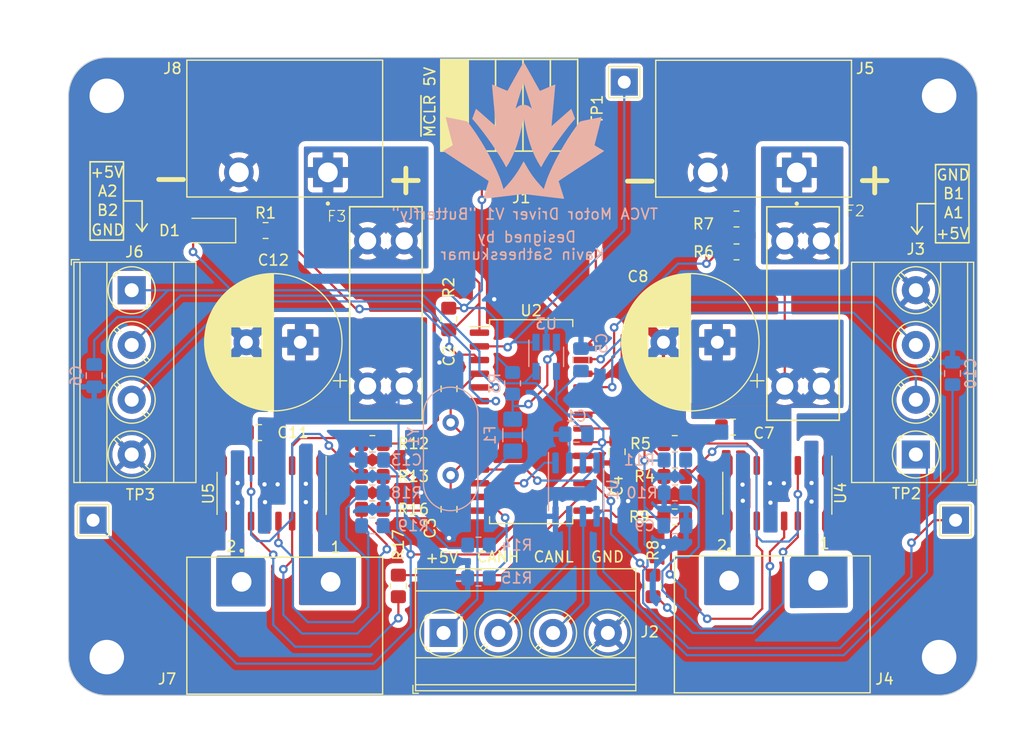
<source format=kicad_pcb>
(kicad_pcb (version 20221018) (generator pcbnew)
  (layers (0 "F.Cu" signal) (31 "B.Cu" signal) (34 "B.Paste" user) (35 "F.Paste" user) (36 "B.SilkS" user "B.Silkscreen") (37 "F.SilkS" user "F.Silkscreen") (38 "B.Mask" user) (39 "F.Mask" user) (44 "Edge.Cuts" user))
  (net 0 "")
  (net 1 "/OSC1")
  (net 2 "GND")
  (net 3 "/OSC2")
  (net 4 "+5V")
  (net 5 "Net-(J2-Pin_1)")
  (net 6 "Net-(U3-IN+)")
  (net 7 "Net-(J5-Pin_1)")
  (net 8 "/ENCDRA_1")
  (net 9 "Net-(J8-Pin_1)")
  (net 10 "/ENCDRB_1")
  (net 11 "/~{MCLR}")
  (net 12 "/ICSPDAT")
  (net 13 "/ICSPCLK")
  (net 14 "/CANH")
  (net 15 "/CANL")
  (net 16 "/ENCDRA_2")
  (net 17 "/ENCDRB_2")
  (net 18 "Net-(U2-RA1)")
  (net 19 "/CLW_1")
  (net 20 "/VBAT_1")
  (net 21 "/Motor_1/POWER")
  (net 22 "/Motor_2/POWER")
  (net 23 "/CUR_AMP")
  (net 24 "Net-(U4-IN_A)")
  (net 25 "/CAN_RX")
  (net 26 "/CAN_TX")
  (net 27 "/CUR_1")
  (net 28 "/CUR_2")
  (net 29 "Net-(D1-K)")
  (net 30 "Net-(U4-IN_B)")
  (net 31 "/CLW_2")
  (net 32 "Net-(U4-SEL_0)")
  (net 33 "Net-(U4-PWM)")
  (net 34 "Net-(U4-CS)")
  (net 35 "/CCW_1")
  (net 36 "/VBAT_2")
  (net 37 "Net-(U5-IN_A)")
  (net 38 "/CCW_2")
  (net 39 "/SEL_1")
  (net 40 "/PWM_1")
  (net 41 "/PWM_2")
  (net 42 "Net-(U5-IN_B)")
  (net 43 "/Motor_1/OUT_1")
  (net 44 "/Motor_1/OUT_2")
  (net 45 "/Motor_2/OUT_1")
  (net 46 "/Motor_2/OUT_2")
  (net 47 "/SEL_2")
  (net 48 "Net-(U5-SEL_0)")
  (net 49 "Net-(U5-PWM)")
  (net 50 "Net-(U5-CS)")
  (footprint "MountingHole:MountingHole_3.2mm_M3_Pad" (layer "F.Cu") (at 108.458 130.556)
    (fp_text reference "H4" hide)
    (fp_text value "Mount")
  )
  (footprint "canhw_footprints:TE_2-1437667-4" (layer "F.Cu") (at 128.9685 85.5875 180)
    (fp_text reference "J8")
    (fp_text value "4DB-P108-02")
  )
  (footprint "Capacitor_THT:CP_Radial_D12.5mm_P5.00mm" (layer "F.Cu") (at 165.1 101.346 180)
    (fp_text reference "C8")
    (fp_text value "270uF")
  )
  (footprint "MountingHole:MountingHole_3.2mm_M3_Pad" (layer "F.Cu") (at 185.674 130.556)
    (fp_text reference "H2" hide)
    (fp_text value "Mount")
  )
  (footprint "Resistor_SMD:R_0805_2012Metric_Pad1.20x1.40mm_HandSolder" (layer "F.Cu") (at 135.509 123.952 -90)
    (fp_text reference "R17")
    (fp_text value "1k")
  )
  (footprint "TerminalBlock_Phoenix:TerminalBlock_Phoenix_MKDS-3-4-5.08_1x04_P5.08mm_Horizontal" (layer "F.Cu") (at 139.7 128.316)
    (fp_text reference "J2")
    (fp_text value "PT 1,5/ 4-5,0-H")
  )
  (footprint "Resistor_SMD:R_0805_2012Metric_Pad1.20x1.40mm_HandSolder" (layer "F.Cu") (at 140.1826 99.187 -90)
    (fp_text reference "R2")
    (fp_text value "10k")
  )
  (footprint "Capacitor_SMD:C_0805_2012Metric_Pad1.18x1.45mm_HandSolder" (layer "F.Cu") (at 155.803 111.506 -90)
    (fp_text reference "C4")
    (fp_text value "0.1uF")
  )
  (footprint "Resistor_SMD:R_0805_2012Metric_Pad1.20x1.40mm_HandSolder" (layer "F.Cu") (at 123.19 90.9828 180)
    (fp_text reference "R1")
    (fp_text value "330R")
  )
  (footprint "canhw_footprints:TE_2-1437667-4" (layer "F.Cu") (at 120.9675 123.571)
    (fp_text reference "J7")
    (fp_text value "4DB-P108-02")
  )
  (footprint "Capacitor_THT:CP_Radial_D12.5mm_P5.00mm" (layer "F.Cu") (at 126.412 101.346 180)
    (fp_text reference "C12")
    (fp_text value "270uF")
  )
  (footprint "TestPoint:TestPoint_THTPad_2.5x2.5mm_Drill1.2mm" (layer "F.Cu") (at 156.464 77.216 180)
    (fp_text reference "TP1")
    (fp_text value "5V current draw")
  )
  (footprint "Resistor_SMD:R_0805_2012Metric_Pad1.20x1.40mm_HandSolder" (layer "F.Cu") (at 161.147 113.792 180)
    (fp_text reference "R4")
    (fp_text value "1k")
  )
  (footprint "Resistor_SMD:R_0805_2012Metric_Pad1.20x1.40mm_HandSolder" (layer "F.Cu") (at 161.147 110.744 180)
    (fp_text reference "R5")
    (fp_text value "1k")
  )
  (footprint "Resistor_SMD:R_0805_2012Metric_Pad1.20x1.40mm_HandSolder" (layer "F.Cu") (at 133.096 116.84 180)
    (fp_text reference "R16")
    (fp_text value "1k")
  )
  (footprint "Resistor_SMD:R_0805_2012Metric_Pad1.20x1.40mm_HandSolder" (layer "F.Cu") (at 161.147 117.5512)
    (fp_text reference "R9")
    (fp_text value "1k")
  )
  (footprint "canhw_footprints:PinSocket_5x2.54_SMD_90deg_952-3198-1-ND" (layer "F.Cu") (at 140.716 86.0135)
    (fp_text reference "J1")
    (fp_text value "Programming Header")
  )
  (footprint "canhw_footprints:Fuseholder_36-3557-15-ND" (layer "F.Cu") (at 173.052 97.798 180)
    (fp_text reference "F2")
    (fp_text value "25A")
  )
  (footprint "Capacitor_SMD:C_0805_2012Metric_Pad1.18x1.45mm_HandSolder" (layer "F.Cu") (at 140.208 105.664 90)
    (fp_text reference "C2")
    (fp_text value "27pF")
  )
  (footprint "Capacitor_SMD:C_0805_2012Metric_Pad1.18x1.45mm_HandSolder" (layer "F.Cu") (at 166.5185 109.22 180)
    (fp_text reference "C7")
    (fp_text value "100nF")
  )
  (footprint "Capacitor_SMD:C_0805_2012Metric_Pad1.18x1.45mm_HandSolder" (layer "F.Cu") (at 140.208 116.84 -90)
    (fp_text reference "C3")
    (fp_text value "27pF")
  )
  (footprint "Resistor_SMD:R_0805_2012Metric_Pad1.20x1.40mm_HandSolder" (layer "F.Cu") (at 133.096 113.792)
    (fp_text reference "R13")
    (fp_text value "1k")
  )
  (footprint "canhw_footprints:Fuseholder_36-3557-15-ND" (layer "F.Cu") (at 134.3533 97.79 180)
    (fp_text reference "F3")
    (fp_text value "25A")
  )
  (footprint "Resistor_SMD:R_0805_2012Metric_Pad1.20x1.40mm_HandSolder" (layer "F.Cu") (at 166.878 92.964 180)
    (fp_text reference "R6")
    (fp_text value "21.5k 1%")
  )
  (footprint "Resistor_SMD:R_0805_2012Metric_Pad1.20x1.40mm_HandSolder" (layer "F.Cu") (at 133.096 110.744)
    (fp_text reference "R12")
    (fp_text value "1k")
  )
  (footprint "Package_SO:SOIC-28W_7.5x18.7mm_P1.27mm" (layer "F.Cu") (at 147.828 108.712)
    (fp_text reference "U2")
    (fp_text value "PIC18F26K83")
  )
  (footprint "Capacitor_SMD:C_0805_2012Metric_Pad1.18x1.45mm_HandSolder" (layer "F.Cu") (at 122.555 109.728 180)
    (fp_text reference "C11")
    (fp_text value "100nF")
  )
  (footprint "canhw_footprints:TE_2-1437667-4" (layer "F.Cu") (at 166.1922 123.4545)
    (fp_text reference "J4")
    (fp_text value "4DB-P108-02")
  )
  (footprint "MountingHole:MountingHole_3.2mm_M3_Pad" (layer "F.Cu") (at 185.674 78.486)
    (fp_text reference "H3" hide)
    (fp_text value "Mount")
  )
  (footprint "TerminalBlock_Phoenix:TerminalBlock_Phoenix_MKDS-3-4-5.08_1x04_P5.08mm_Horizontal" (layer "F.Cu") (at 183.515 111.76 90)
    (fp_text reference "J3")
    (fp_text value "PT 1,5/ 4-5,0-H")
  )
  (footprint "Package_SO:SO-16_3.9x9.9mm_P1.27mm" (layer "F.Cu") (at 123.7488 115.3668 -90)
    (fp_text reference "U5")
    (fp_text value "VNH7070AS")
  )
  (footprint "Resistor_SMD:R_0805_2012Metric_Pad1.20x1.40mm_HandSolder" (layer "F.Cu") (at 166.878 89.916)
    (fp_text reference "R7")
    (fp_text value "10k 1%")
  )
  (footprint "MountingHole:MountingHole_3.2mm_M3_Pad" (layer "F.Cu") (at 108.458 78.486)
    (fp_text reference "H1" hide)
    (fp_text value "Mount")
  )
  (footprint "LED_SMD:LED_1206_3216Metric_Pad1.42x1.75mm_HandSolder" (layer "F.Cu") (at 117.9576 90.9828 180)
    (fp_text reference "D1")
    (fp_text value "RED")
  )
  (footprint "TestPoint:TestPoint_THTPad_2.5x2.5mm_Drill1.2mm" (layer "F.Cu") (at 107.188 117.856)
    (fp_text reference "TP3")
    (fp_text value "TestPoint")
  )
  (footprint "Resistor_SMD:R_0805_2012Metric_Pad1.20x1.40mm_HandSolder" (layer "F.Cu") (at 159.131 123.952 -90)
    (fp_text reference "R8")
    (fp_text value "1k")
  )
  (footprint "TerminalBlock_Phoenix:TerminalBlock_Phoenix_MKDS-3-4-5.08_1x04_P5.08mm_Horizontal" (layer "F.Cu") (at 110.7694 96.52 -90)
    (fp_text reference "J6")
    (fp_text value "PT 1,5/ 4-5,0-H")
  )
  (footprint "Package_SO:SO-16_3.9x9.9mm_P1.27mm" (layer "F.Cu") (at 170.6626 115.351 -90)
    (fp_text reference "U4")
    (fp_text value "VNH7070AS")
  )
  (footprint "TestPoint:TestPoint_THTPad_2.5x2.5mm_Drill1.2mm" (layer "F.Cu") (at 187.198 117.856)
    (fp_text reference "TP2")
    (fp_text value "TestPoint")
  )
  (footprint "canhw_footprints:TE_2-1437667-4" (layer "F.Cu") (at 172.466 85.598 180)
    (fp_text reference "J5")
    (fp_text value "4DB-P108-02")
  )
  (footprint "Resistor_SMD:R_0805_2012Metric_Pad1.20x1.40mm_HandSolder" (layer "B.Cu") (at 142.94142 123.2154 180)
    (fp_text reference "R15")
    (fp_text value "10k 1%")
  )
  (footprint "Package_TO_SOT_SMD:SOT-23-5_HandSoldering" (layer "B.Cu") (at 149.225 102.696 -90)
    (fp_text reference "U3")
    (fp_text value "INA180")
  )
  (footprint "Crystal:Crystal_HC49-4H_Vertical" (layer "B.Cu") (at 140.3604 108.802 -90)
    (fp_text reference "Y1")
    (fp_text value "Crystal 12 MHz")
  )
  (footprint "TeamLogo:Logo_SilkScreen_15mm" (layer "B.Cu") (at 147.1422 81.6864 180)
    (fp_text reference "G***" hide)
    (fp_text value "LOGO" hide)
  )
  (footprint "Resistor_SMD:R_0805_2012Metric_Pad1.20x1.40mm_HandSolder" (layer "B.Cu") (at 133.096 115.316)
    (fp_text reference "R18")
    (fp_text value "866R 1%")
  )
  (footprint "Resistor_SMD:R_0805_2012Metric_Pad1.20x1.40mm_HandSolder" (layer "B.Cu") (at 161.163 115.316 180)
    (fp_text reference "R10")
    (fp_text value "866R 1%")
  )
  (footprint "Resistor_SMD:R_0805_2012Metric_Pad1.20x1.40mm_HandSolder" (layer "B.Cu") (at 133.096 118.364 180)
    (fp_text reference "R19")
    (fp_text value "10k")
  )
  (footprint "Capacitor_SMD:C_0805_2012Metric_Pad1.18x1.45mm_HandSolder" (layer "B.Cu") (at 152.4508 102.9716 90)
    (fp_text reference "C5")
    (fp_text value "0.1uF")
  )
  (footprint "Resistor_SMD:R_0805_2012Metric_Pad1.20x1.40mm_HandSolder" (layer "B.Cu") (at 142.94142 120.1674)
    (fp_text reference "R14")
    (fp_text value "21.5k 1%")
  )
  (footprint "Capacitor_SMD:C_0805_2012Metric_Pad1.18x1.45mm_HandSolder" (layer "B.Cu") (at 186.9186 104.2416 90)
    (fp_text reference "C10")
    (fp_text value "0.1uF")
  )
  (footprint "Capacitor_SMD:C_0805_2012Metric_Pad1.18x1.45mm_HandSolder" (layer "B.Cu") (at 133.096 112.268 180)
    (fp_text reference "C13")
    (fp_text value "10nF")
  )
  (footprint "Package_SO:SOIC-8_3.9x4.9mm_P1.27mm" (layer "B.Cu") (at 151.9936 115.0224 -90)
    (fp_text reference "U1")
    (fp_text value "MCP2562")
  )
  (footprint "Resistor_SMD:R_0805_2012Metric_Pad1.20x1.40mm_HandSolder" (layer "B.Cu") (at 146.1008 105.156 -90)
    (fp_text reference "R3")
    (fp_text value "200mR 1%")
  )
  (footprint "Fuse:Fuse_1206_3216Metric_Pad1.42x1.75mm_HandSolder" (layer "B.Cu") (at 146.111 109.967 90)
    (fp_text reference "F1")
    (fp_text value "350mA")
  )
  (footprint "Capacitor_SMD:C_0805_2012Metric_Pad1.18x1.45mm_HandSolder" (layer "B.Cu") (at 107.2896 104.4448 -90)
    (fp_text reference "C6")
    (fp_text value "0.1uF")
  )
  (footprint "Capacitor_SMD:C_0805_2012Metric_Pad1.18x1.45mm_HandSolder" (layer "B.Cu") (at 161.163 118.364)
    (fp_text reference "C9")
    (fp_text value "10nF")
  )
  (footprint "Resistor_SMD:R_0805_2012Metric_Pad1.20x1.40mm_HandSolder" (layer "B.Cu") (at 161.163 112.268)
    (fp_text reference "R11")
    (fp_text value "10k")
  )
  (footprint "Capacitor_SMD:C_0805_2012Metric_Pad1.18x1.45mm_HandSolder" (layer "B.Cu") (at 152.019 109.8804 180)
    (fp_text reference "C1")
    (fp_text value "10uF")
  )
  (gr_line (start 183.642 91.313) (end 184.1246 90.6272) (stroke (width 0.15)) (layer "F.SilkS"))
  (gr_line (start 183.1086 90.6526) (end 183.642 91.313) (stroke (width 0.15)) (layer "F.SilkS"))
  (gr_line (start 185.3438 88.4936) (end 183.642 88.4936) (stroke (width 0.15)) (layer "F.SilkS"))
  (gr_line (start 111.7346 88.2396) (end 111.7346 91.059) (stroke (width 0.15)) (layer "F.SilkS"))
  (gr_line (start 183.642 88.4936) (end 183.642 91.313) (stroke (width 0.15)) (layer "F.SilkS"))
  (gr_line (start 110.0074 88.2396) (end 111.7346 88.2396) (stroke (width 0.15)) (layer "F.SilkS"))
  (gr_line (start 111.7346 91.059) (end 112.2172 90.3732) (stroke (width 0.15)) (layer "F.SilkS"))
  (gr_line (start 111.2012 90.3986) (end 111.7346 91.059) (stroke (width 0.15)) (layer "F.SilkS"))
  (gr_rect (start 185.3438 84.8614) (end 188.4426 92.1258) (stroke (width 0.15)) (fill none) (layer "F.SilkS"))
  (gr_rect (start 106.9086 84.6074) (end 110.0074 91.8718) (stroke (width 0.15)) (fill none) (layer "F.SilkS"))
  (gr_arc (start 185.674 74.93) (mid 188.188472 75.971528) (end 189.23 78.486) (stroke (width 0.1)) (layer "Edge.Cuts"))
  (gr_line (start 108.458 134.112) (end 185.674 134.112) (stroke (width 0.1)) (layer "Edge.Cuts"))
  (gr_line (start 104.902 78.486) (end 104.902 130.556) (stroke (width 0.1)) (layer "Edge.Cuts"))
  (gr_line (start 185.674 74.93) (end 108.458 74.93) (stroke (width 0.1)) (layer "Edge.Cuts"))
  (gr_arc (start 108.458 134.112) (mid 105.943528 133.070472) (end 104.902 130.556) (stroke (width 0.1)) (layer "Edge.Cuts"))
  (gr_line (start 189.23 78.486) (end 189.23 130.556) (stroke (width 0.1)) (layer "Edge.Cuts"))
  (gr_arc (start 104.902 78.486) (mid 105.943528 75.971528) (end 108.458 74.93) (stroke (width 0.1)) (layer "Edge.Cuts"))
  (gr_arc (start 189.23 130.556) (mid 188.188472 133.070472) (end 185.674 134.112) (stroke (width 0.1)) (layer "Edge.Cuts"))
  (gr_text "Designed by \nKavin Satheeskumar" (at 147.0406 93.7768) (layer "B.SilkS") (effects (font (size 1 1)) (justify bottom mirror)))
  (gr_text "TVCA Motor Driver V1 {dblquote}Butterfly{dblquote}" (at 159.6898 90.043) (layer "B.SilkS") (effects (font (size 1 1)) (justify left bottom mirror)))
  (gr_text "+5V\n" (at 106.8578 86.1568) (layer "F.SilkS") (effects (font (size 1 1)) (justify left bottom)))
  (gr_text "1" (at 129.1336 120.9548) (layer "F.SilkS") (effects (font (size 1 1)) (justify left bottom)))
  (gr_text "A2" (at 107.5436 87.9094) (layer "F.SilkS") (effects (font (size 1 1)) (justify left bottom)))
  (gr_text "+" (at 134.0485 87.8735) (layer "F.SilkS") (effects (font (size 2.999994 2.999994) (thickness 0.45)) (justify left bottom)))
  (gr_text "GND" (at 153.289 121.8438) (layer "F.SilkS") (effects (font (size 1 1)) (justify left bottom)))
  (gr_text "2" (at 119.4308 120.8786) (layer "F.SilkS") (effects (font (size 1 1)) (justify left bottom)))
  (gr_text "GND" (at 106.934 91.5162) (layer "F.SilkS") (effects (font (size 1 1)) (justify left bottom)))
  (gr_text "GND" (at 185.3438 86.4108) (layer "F.SilkS") (effects (font (size 1 1)) (justify left bottom)))
  (gr_text "B2" (at 107.4674 89.6874) (layer "F.SilkS") (effects (font (size 1 1)) (justify left bottom)))
  (gr_text "-" (at 155.7528 87.9348) (layer "F.SilkS") (effects (font (size 2.999994 2.999994) (thickness 0.45)) (justify left bottom)))
  (gr_text "~{MCLR} 5V\n" (at 139.0142 82.423 90) (layer "F.SilkS") (effects (font (size 1 1)) (justify left bottom)))
  (gr_text "A1\n" (at 186.0296 89.916) (layer "F.SilkS") (effects (font (size 1 1)) (justify left bottom)))
  (gr_text "1" (at 174.4726 120.5992) (layer "F.SilkS") (effects (font (size 1 1)) (justify left bottom)))
  (gr_text "+5V\n" (at 185.293 91.8464) (layer "F.SilkS") (effects (font (size 1 1)) (justify left bottom)))
  (gr_text "-" (at 112.268 87.7824) (layer "F.SilkS") (effects (font (size 2.999994 2.999994) (thickness 0.45)) (justify left bottom)))
  (gr_text "+" (at 177.546 87.884) (layer "F.SilkS") (effects (font (size 2.999994 2.999994) (thickness 0.45)) (justify left bottom)))
  (gr_text "CANL" (at 147.955 121.8438) (layer "F.SilkS") (effects (font (size 1 1)) (justify left bottom)))
  (gr_text "B1\n" (at 185.9534 88.138) (layer "F.SilkS") (effects (font (size 1 1)) (justify left bottom)))
  (gr_text "+5V" (at 137.922 121.92) (layer "F.SilkS") (effects (font (size 1 1)) (justify left bottom)))
  (gr_text "CANH" (at 142.6718 121.8438) (layer "F.SilkS") (effects (font (size 1 1)) (justify left bottom)))
  (gr_text "2" (at 164.9476 120.8024) (layer "F.SilkS") (effects (font (size 1 1)) (justify left bottom)))
  (segment (start 140.3604 108.802) (end 142.1754 110.617) (width 0.2032) (layer "F.Cu") (net 1))
  (segment (start 140.208 106.7015) (end 140.3604 106.8539) (width 0.2032) (layer "F.Cu") (net 1))
  (segment (start 140.3604 106.8539) (end 140.3604 108.802) (width 0.2032) (layer "F.Cu") (net 1))
  (segment (start 142.1754 110.617) (end 143.028 110.617) (width 0.2032) (layer "F.Cu") (net 1))
  (segment (start 162.1028 109.22) (end 160.1 107.2172) (width 0.3048) (layer "F.Cu") (net 2))
  (segment (start 143.028 109.347) (end 145.4404 109.347) (width 0.3048) (layer "F.Cu") (net 2))
  (segment (start 160.1 107.2172) (end 160.1 101.346) (width 0.3048) (layer "F.Cu") (net 2))
  (segment (start 165.481 109.22) (end 162.1028 109.22) (width 0.3048) (layer "F.Cu") (net 2))
  (via (at 156.8196 116.078) (size 0.8) (drill 0.4) (layers "F.Cu" "B.Cu") (net 2))
  (via (at 139.319 103.2256) (size 0.8) (drill 0.4) (layers "F.Cu" "B.Cu") (net 2))
  (via (at 136.3472 112.014) (size 0.8) (drill 0.4) (layers "F.Cu" "B.Cu") (net 2))
  (via (at 137.6172 115.2906) (size 0.8) (drill 0.4) (layers "F.Cu" "B.Cu") (net 2))
  (via (at 160.0962 120.3452) (size 0.8) (drill 0.4) (layers "F.Cu" "B.Cu") (net 2))
  (via (at 144.399 97.3582) (size 0.8) (drill 0.4) (layers "F.Cu" "B.Cu") (net 2))
  (via (at 140.208 119.507) (size 0.8) (drill 0.4) (layers "F.Cu" "B.Cu") (net 2))
  (segment (start 161.163 113.7666) (end 161.163 110.6424) (width 0.2032) (layer "B.Cu") (net 2))
  (segment (start 151.384 112.522) (end 151.384 110.3195) (width 0.2032) (layer "B.Cu") (net 2))
  (segment (start 151.384 110.3195) (end 150.9815 109.917) (width 0.2032) (layer "B.Cu") (net 2))
  (segment (start 149.225 101.346) (end 149.225 99.7966) (width 0.3048) (layer "B.Cu") (net 2))
  (segment (start 142.1554 111.887) (end 143.028 111.887) (width 0.2032) (layer "F.Cu") (net 3))
  (segment (start 140.208 115.8025) (end 140.3604 115.6501) (width 0.2032) (layer "F.Cu") (net 3))
  (segment (start 140.3604 113.682) (end 142.1554 111.887) (width 0.2032) (layer "F.Cu") (net 3))
  (segment (start 140.3604 115.6501) (end 140.3604 113.682) (width 0.2032) (layer "F.Cu") (net 3))
  (segment (start 154.432 110.617) (end 155.6545 110.617) (width 0.2032) (layer "F.Cu") (net 4))
  (segment (start 143.256 86.0135) (end 143.256 88.138) (width 0.2032) (layer "F.Cu") (net 4))
  (segment (start 152.628 110.617) (end 154.3812 110.617) (width 0.2032) (layer "F.Cu") (net 4))
  (segment (start 155.6545 110.617) (end 155.803 110.4685) (width 0.2032) (layer "F.Cu") (net 4))
  (segment (start 140.208 98.187) (end 141.589 98.187) (width 0.2032) (layer "F.Cu") (net 4))
  (segment (start 154.4066 110.6424) (end 154.432 110.617) (width 0.2032) (layer "F.Cu") (net 4))
  (segment (start 116.4701 92.9529) (end 116.459 92.964) (width 0.2032) (layer "F.Cu") (net 4))
  (segment (start 116.4701 90.9828) (end 116.4701 92.9529) (width 0.2032) (layer "F.Cu") (net 4))
  (segment (start 154.3812 110.617) (end 154.4066 110.6424) (width 0.2032) (layer "F.Cu") (net 4))
  (segment (start 141.589 98.187) (end 141.605 98.171) (width 0.2032) (layer "F.Cu") (net 4))
  (via (at 116.459 92.964) (size 0.8) (drill 0.4) (layers "F.Cu" "B.Cu") (net 4))
  (via (at 141.605 98.171) (size 0.8) (drill 0.4) (layers "F.Cu" "B.Cu") (net 4))
  (via (at 154.4066 110.6424) (size 0.8) (drill 0.4) (layers "F.Cu" "B.Cu") (net 4))
  (via (at 143.256 88.138) (size 0.8) (drill 0.4) (layers "F.Cu" "B.Cu") (net 4))
  (segment (start 162.2806 130.3782) (end 176.8348 130.3782) (width 0.2032) (layer "B.Cu") (net 4))
  (segment (start 154.5256 116.8704) (end 154.5256 122.6232) (width 0.2032) (layer "B.Cu") (net 4))
  (segment (start 143.256 92.8624) (end 143.256 96.52) (width 0.2032) (layer "B.Cu") (net 4))
  (segment (start 139.954 96.52) (end 119.8372 96.52) (width 0.2032) (layer "B.Cu") (net 4))
  (segment (start 150.175 106.2849) (end 152.4508 104.0091) (width 0.2032) (layer "B.Cu") (net 4))
  (segment (start 143.256 92.7188) (end 143.256 92.8624) (width 0.2032) (layer "B.Cu") (net 4))
  (segment (start 176.8348 130.3782) (end 184.5416 122.6714) (width 0.2032) (layer "B.Cu") (net 4))
  (segment (start 186.9186 113.3708) (end 186.9186 105.2791) (width 0.2032) (layer "B.Cu") (net 4))
  (segment (start 145.288 105.156) (end 146.9136 105.156) (width 0.2032) (layer "B.Cu") (net 4))
  (segment (start 144.6784 102.7336) (end 144.6784 104.5464) (width 0.2032) (layer "B.Cu") (net 4))
  (segment (start 147.165 105.156) (end 148.275 104.046) (width 0.2032) (layer "B.Cu") (net 4))
  (segment (start 144.6784 101.830213) (end 144.6784 102.7336) (width 0.2032) (layer "B.Cu") (net 4))
  (segment (start 146.9136 105.156) (end 148.2955 105.156) (width 0.2032) (layer "B.Cu") (net 4))
  (segment (start 111.6584 99.0092) (end 109.4486 99.0092) (width 0.2032) (layer "B.Cu") (net 4))
  (segment (start 151.99875 108.85925) (end 152.31625 109.17675) (width 0.2032) (layer "B.Cu") (net 4))
  (segment (start 143.4846 98.171) (end 141.605 98.171) (width 0.2032) (layer "B.Cu") (net 4))
  (segment (start 154.5256 109.5676) (end 154.5256 110.5234) (width 0.2032) (layer "B.Cu") (net 4))
  (segment (start 154.261059 111.2454) (end 154.5256 111.509941) (width 0.2032) (layer "B.Cu") (net 4))
  (segment (start 107.2896 101.1682) (end 107.2896 103.4073) (width 0.2032) (layer "B.Cu") (net 4))
  (segment (start 148.2955 105.156) (end 150.175 107.0355) (width 0.2032) (layer "B.Cu") (net 4))
  (segment (start 152.99175 108.03375) (end 154.5256 109.5676) (width 0.2032) (layer "B.Cu") (net 4))
  (segment (start 184.5416 115.7478) (end 184.5416 112.7866) (width 0.2032) (layer "B.Cu") (net 4))
  (segment (start 154.5256 122.6232) (end 162.2806 130.3782) (width 0.2032) (layer "B.Cu") (net 4))
  (segment (start 150.175 107.0355) (end 150.175 106.2849) (width 0.2032) (layer "B.Cu") (net 4))
  (segment (start 119.8372 96.52) (end 114.1476 96.52) (width 0.2032) (layer "B.Cu") (net 4))
  (segment (start 143.256 96.52) (end 141.605 98.171) (width 0.2032) (layer "B.Cu") (net 4))
  (segment (start 150.175 107.0355) (end 151.17325 108.03375) (width 0.2032) (layer "B.Cu") (net 4))
  (segment (start 109.4486 99.0092) (end 107.2896 101.1682) (width 0.2032) (layer "B.Cu") (net 4))
  (segment (start 146.9136 105.156) (end 147.165 105.156) (width 0.2032) (layer "B.Cu") (net 4))
  (segment (start 151.17325 108.03375) (end 151.99875 108.85925) (width 0.2032) (layer "B.Cu") (net 4))
  (segment (start 144.6784 99.3648) (end 143.4846 98.171) (width 0.2032) (layer "B.Cu") (net 4))
  (segment (start 154.5256 111.509941) (end 154.5256 116.8704) (width 0.2032) (layer "B.Cu") (net 4))
  (segment (start 152.654 112.522) (end 152.654 112.178341) (width 0.2032) (layer "B.Cu") (net 4))
  (segment (start 154.5256 116.8704) (end 153.924 117.472) (width 0.2032) (layer "B.Cu") (net 4))
  (segment (start 184.5416 115.7478) (end 186.9186 113.3708) (width 0.2032) (layer "B.Cu") (net 4))
  (segment (start 144.6784 102.7336) (end 146.1008 104.156) (width 0.2032) (layer "B.Cu") (net 4))
  (segment (start 114.1476 96.52) (end 111.6584 99.0092) (width 0.2032) (layer "B.Cu") (net 4))
  (segment (start 143.256 88.138) (end 143.256 92.7188) (width 0.2032) (layer "B.Cu") (net 4))
  (segment (start 114.1476 96.52) (end 110.744 96.52) (width 0.2032) (layer "B.Cu") (net 4))
  (segment (start 154.4066 111.099859) (end 154.261059 111.2454) (width 0.2032) (layer "B.Cu") (net 4))
  (segment (start 153.586941 111.2454) (end 154.261059 111.2454) (width 0.2032) (layer "B.Cu") (net 4))
  (segment (start 184.5416 122.6714) (end 184.5416 115.7478) (width 0.2032) (layer "B.Cu") (net 4))
  (segment (start 152.654 112.178341) (end 153.586941 111.2454) (width 0.2032) (layer "B.Cu") (net 4))
  (segment (start 184.5416 112.7866) (end 183.515 111.76) (width 0.2032) (layer "B.Cu") (net 4))
  (segment (start 150.175 104.046) (end 150.175 107.0355) (width 0.2032) (layer "B.Cu") (net 4))
  (segment (start 119.8372 96.3422) (end 119.8372 96.52) (width 0.2032) (layer "B.Cu") (net 4))
  (segment (start 141.605 98.171) (end 139.954 96.52) (width 0.2032) (layer "B.Cu") (net 4))
  (segment (start 154.5256 110.5234) (end 154.4066 110.6424) (width 0.2032) (layer "B.Cu") (net 4))
  (segment (start 151.17325 108.03375) (end 152.99175 108.03375) (width 0.2032) (layer "B.Cu") (net 4))
  (segment (start 154.4066 110.6424) (end 154.4066 111.099859) (width 0.2032) (layer "B.Cu") (net 4))
  (segment (start 144.6784 101.830213) (end 144.6784 99.3648) (width 0.2032) (layer "B.Cu") (net 4))
  (segment (start 144.6784 104.5464) (end 145.288 105.156) (width 0.2032) (layer "B.Cu") (net 4))
  (segment (start 116.459 92.964) (end 119.8372 96.3422) (width 0.2032) (layer "B.Cu") (net 4))
  (segment (start 152.31625 109.17675) (end 153.0565 109.917) (width 0.2032) (layer "B.Cu") (net 4))
  (segment (start 142.84302 125.17298) (end 139.7 128.316) (width 0.2032) (layer "B.Cu") (net 5))
  (segment (start 142.84302 114.72248) (end 142.84302 125.17298) (width 0.2032) (layer "B.Cu") (net 5))
  (segment (start 146.111 111.4545) (end 142.84302 114.72248) (width 0.2032) (layer "B.Cu") (net 5))
  (segment (start 147.574 107.0864) (end 149.3266 105.3338) (width 0.2032) (layer "F.Cu") (net 6))
  (segment (start 149.3266 105.3338) (end 149.3266 102.9462) (width 0.2032) (layer "F.Cu") (net 6))
  (via (at 147.574 107.0864) (size 0.8) (drill 0.4) (layers "F.Cu" "B.Cu") (net 6))
  (via (at 149.3266 102.9462) (size 0.8) (drill 0.4) (layers "F.Cu" "B.Cu") (net 6))
  (segment (start 147.3962 107.2642) (end 146.111 107.2642) (width 0.2032) (layer "B.Cu") (net 6))
  (segment (start 147.574 107.0864) (end 147.3962 107.2642) (width 0.2032) (layer "B.Cu") (net 6))
  (segment (start 149.3266 102.9462) (end 150.175 102.0978) (width 0.2032) (layer "B.Cu") (net 6))
  (segment (start 150.175 102.0978) (end 150.175 101.346) (width 0.2032) (layer "B.Cu") (net 6))
  (segment (start 146.111 107.2642) (end 146.111 108.4795) (width 0.2032) (layer "B.Cu") (net 6))
  (segment (start 146.111 107.2642) (end 146.111 106.157) (width 0.2032) (layer "B.Cu") (net 6))
  (segment (start 152.6534 105.5116) (end 152.628 105.537) (width 0.2032) (layer "F.Cu") (net 8))
  (segment (start 155.3464 105.5116) (end 152.6534 105.5116) (width 0.2032) (layer "F.Cu") (net 8))
  (via (at 155.3464 105.5116) (size 0.8) (drill 0.4) (layers "F.Cu" "B.Cu") (net 8))
  (segment (start 177.7492 98.6028) (end 159.4612 98.6028) (width 0.2032) (layer "B.Cu") (net 8))
  (segment (start 155.3464 102.7176) (end 155.3464 105.5116) (width 0.2032) (layer "B.Cu") (net 8))
  (segment (start 159.4612 98.6028) (end 155.3464 102.7176) (width 0.2032) (layer "B.Cu") (net 8))
  (segment (start 183.515 104.3686) (end 177.7492 98.6028) (width 0.2032) (layer "B.Cu") (net 8))
  (segment (start 183.515 106.68) (end 183.515 104.3686) (width 0.2032) (layer "B.Cu") (net 8))
  (segment (start 152.704653 102.920347) (end 152.628 102.997) (width 0.2032) (layer "F.Cu") (net 10))
  (segment (start 154.279147 102.920347) (end 152.704653 102.920347) (width 0.2032) (layer "F.Cu") (net 10))
  (via (at 154.279147 102.920347) (size 0.8) (drill 0.4) (layers "F.Cu" "B.Cu") (net 10))
  (segment (start 159.561894 97.6376) (end 154.279147 102.920347) (width 0.2032) (layer "B.Cu") (net 10))
  (segment (start 183.515 101.6) (end 179.5526 97.6376) (width 0.2032) (layer "B.Cu") (net 10))
  (segment (start 179.5526 97.6376) (end 159.561894 97.6376) (width 0.2032) (layer "B.Cu") (net 10))
  (segment (start 140.716 86.0135) (end 140.716 88.084) (width 0.2032) (layer "F.Cu") (net 11))
  (segment (start 140.7 88.1) (end 140.7 93.52808) (width 0.2032) (layer "F.Cu") (net 11))
  (segment (start 140.7 93.52808) (end 143.028 95.85608) (width 0.2032) (layer "F.Cu") (net 11))
  (segment (start 143.028 100.457) (end 143.028 97.7392) (width 0.2032) (layer "F.Cu") (net 11))
  (segment (start 140.716 88.084) (end 140.7 88.1) (width 0.2032) (layer "F.Cu") (net 11))
  (segment (start 140.581213 100.187) (end 143.028 97.740213) (width 0.2032) (layer "F.Cu") (net 11))
  (segment (start 143.028 97.7392) (end 143.028 95.85608) (width 0.2032) (layer "F.Cu") (net 11))
  (segment (start 140.1826 100.187) (end 140.581213 100.187) (width 0.2032) (layer "F.Cu") (net 11))
  (segment (start 143.028 97.740213) (end 143.028 97.7392) (width 0.2032) (layer "F.Cu") (net 11))
  (segment (start 148.336 96.165) (end 152.628 100.457) (width 0.2032) (layer "F.Cu") (net 12))
  (segment (start 148.336 86.0135) (end 148.336 96.165) (width 0.2032) (layer "F.Cu") (net 12))
  (segment (start 152.896659 101.727) (end 152.628 101.727) (width 0.2032) (layer "F.Cu") (net 13))
  (segment (start 153.8296 100.794059) (end 152.896659 101.727) (width 0.2032) (layer "F.Cu") (net 13))
  (segment (start 150.876 86.0135) (end 153.8296 88.9671) (width 0.2032) (layer "F.Cu") (net 13))
  (segment (start 153.8296 88.9671) (end 153.8296 100.794059) (width 0.2032) (layer "F.Cu") (net 13))
  (segment (start 151.384 117.472) (end 151.384 121.712) (width 0.2032) (layer "B.Cu") (net 14))
  (segment (start 151.384 121.712) (end 144.78 128.316) (width 0.2032) (layer "B.Cu") (net 14))
  (segment (start 152.654 125.522) (end 149.86 128.316) (width 0.2032) (layer "B.Cu") (net 15))
  (segment (start 152.654 117.472) (end 152.654 125.522) (width 0.2032) (layer "B.Cu") (net 15))
  (segment (start 143.028 105.537) (end 144.5514 105.537) (width 0.2032) (layer "F.Cu") (net 16))
  (via (at 144.5514 105.537) (size 0.8) (drill 0.4) (layers "F.Cu" "B.Cu") (net 16))
  (segment (start 115.316 97.028) (end 137.8712 97.028) (width 0.2032) (layer "B.Cu") (net 16))
  (segment (start 137.8712 97.028) (end 143.028 102.1848) (width 0.2032) (layer "B.Cu") (net 16))
  (segment (start 143.028 104.0136) (end 144.5514 105.537) (width 0.2032) (layer "B.Cu") (net 16))
  (segment (start 143.028 102.1848) (end 143.028 104.0136) (width 0.2032) (layer "B.Cu") (net 16))
  (segment (start 110.744 101.6) (end 115.316 97.028) (width 0.2032) (layer "B.Cu") (net 16))
  (segment (start 144.6276 106.807) (end 143.028 106.807) (width 0.2032) (layer "F.Cu") (net 17))
  (via (at 144.5514 106.807) (size 0.8) (drill 0.4) (layers "F.Cu" "B.Cu") (net 17))
  (segment (start 143.305787 106.807) (end 142.1384 105.639613) (width 0.2032) (layer "B.Cu") (net 17))
  (segment (start 119.8626 97.5614) (end 110.744 106.68) (width 0.2032) (layer "B.Cu") (net 17))
  (segment (start 144.6276 106.807) (end 143.305787 106.807) (width 0.2032) (layer "B.Cu") (net 17))
  (segment (start 142.1384 105.639613) (end 142.1384 102.2096) (width 0.2032) (layer "B.Cu") (net 17))
  (segment (start 137.4902 97.5614) (end 119.8626 97.5614) (width 0.2032) (layer "B.Cu") (net 17))
  (segment (start 142.1384 102.2096) (end 137.4902 97.5614) (width 0.2032) (layer "B.Cu") (net 17))
  (segment (start 140.2334 101.7778) (end 140.9556 102.5) (width 0.2032) (layer "F.Cu") (net 18))
  (segment (start 140.9556 102.5) (end 142.531 102.5) (width 0.2032) (layer "F.Cu") (net 18))
  (segment (start 124.3076 90.9828) (end 124.19 90.9828) (width 0.2032) (layer "F.Cu") (net 18))
  (segment (start 131.5873 98.2625) (end 124.3076 90.9828) (width 0.2032) (layer "F.Cu") (net 18))
  (segment (start 131.9022 98.2625) (end 131.5873 98.2625) (width 0.2032) (layer "F.Cu") (net 18))
  (segment (start 142.531 102.5) (end 143.028 102.997) (width 0.2032) (layer "F.Cu") (net 18))
  (via (at 140.2334 101.7778) (size 0.8) (drill 0.4) (layers "F.Cu" "B.Cu") (net 18))
  (via (at 131.9022 98.2625) (size 0.8) (drill 0.4) (layers "F.Cu" "B.Cu") (net 18))
  (segment (start 140.2334 100.87481) (end 137.63119 98.2726) (width 0.2032) (layer "B.Cu") (net 18))
  (segment (start 131.9123 98.2726) (end 131.9022 98.2625) (width 0.2032) (layer "B.Cu") (net 18))
  (segment (start 140.2334 101.7778) (end 140.2334 100.87481) (width 0.2032) (layer "B.Cu") (net 18))
  (segment (start 137.63119 98.2726) (end 131.9123 98.2726) (width 0.2032) (layer "B.Cu") (net 18))
  (segment (start 152.628 108.077) (end 152.8216 107.8834) (width 0.2032) (layer "F.Cu") (net 19))
  (segment (start 160.147 112.32408) (end 160.147 113.792) (width 0.2032) (layer "F.Cu") (net 19))
  (segment (start 155.9148 107.8834) (end 158.9278 110.8964) (width 0.2032) (layer "F.Cu") (net 19))
  (segment (start 152.8216 107.8834) (end 155.9148 107.8834) (width 0.2032) (layer "F.Cu") (net 19))
  (segment (start 158.9278 110.8964) (end 158.9278 111.10488) (width 0.2032) (layer "F.Cu") (net 19))
  (segment (start 158.9278 111.10488) (end 160.147 112.32408) (width 0.2032) (layer "F.Cu") (net 19))
  (segment (start 164.084 94.0562) (end 164.084 94.107) (width 0.2032) (layer "F.Cu") (net 20))
  (segment (start 165.227 92.964) (end 165.878 92.964) (width 0.2032) (layer "F.Cu") (net 20))
  (segment (start 153.924707 104.267) (end 152.628 104.267) (width 0.2032) (layer "F.Cu") (net 20))
  (segment (start 155.5242 102.667507) (end 153.924707 104.267) (width 0.2032) (layer "F.Cu") (net 20))
  (segment (start 155.5242 99.9744) (end 155.5242 102.667507) (width 0.2032) (layer "F.Cu") (net 20))
  (segment (start 164.084 94.107) (end 165.227 92.964) (width 0.2032) (layer "F.Cu") (net 20))
  (segment (start 165.878 89.916) (end 164.084 91.71) (width 0.2032) (layer "F.Cu") (net 20))
  (segment (start 164.084 91.71) (end 164.084 93.98) (width 0.2032) (layer "F.Cu") (net 20))
  (segment (start 164.084 93.98) (end 164.084 94.0562) (width 0.2032) (layer "F.Cu") (net 20))
  (via (at 155.5242 99.9744) (size 0.8) (drill 0.4) (layers "F.Cu" "B.Cu") (net 20))
  (via (at 164.084 94.0562) (size 0.8) (drill 0.4) (layers "F.Cu" "B.Cu") (net 20))
  (segment (start 161.4424 94.0562) (end 155.5242 99.9744) (width 0.2032) (layer "B.Cu") (net 20))
  (segment (start 164.084 94.0562) (end 161.4424 94.0562) (width 0.2032) (layer "B.Cu") (net 20))
  (segment (start 167.878 93.5576) (end 171.352 97.0316) (width 0.2032) (layer "F.Cu") (net 21))
  (segment (start 167.878 92.964) (end 167.878 93.5576) (width 0.2032) (layer "F.Cu") (net 21))
  (segment (start 169.9768 117.9768) (end 169.926 117.926) (width 0.2032) (layer "F.Cu") (net 21))
  (segment (start 171.352 97.0316) (end 171.352 105.418) (width 0.2032) (layer "F.Cu") (net 21))
  (via (at 171.2722 114.427) (size 0.8) (drill 0.4) (layers "F.Cu" "B.Cu") (net 21))
  (via (at 169.9768 114.427) (size 0.8) (drill 0.4) (layers "F.Cu" "B.Cu") (net 21))
  (via (at 170.0276 116.2304) (size 0.8) (drill 0.4) (layers "F.Cu" "B.Cu") (net 21))
  (via (at 123.1392 116.1796) (size 0.8) (drill 0.4) (layers "F.Cu" "B.Cu") (net 22))
  (via (at 124.3076 114.5286) (size 0.8) (drill 0.4) (layers "F.Cu" "B.Cu") (net 22))
  (via (at 123.0884 114.5286) (size 0.8) (drill 0.4) (layers "F.Cu" "B.Cu") (net 22))
  (segment (start 136.906 117.197213) (end 140.155587 120.4468) (width 0.2032) (layer "B.Cu") (net 22))
  (segment (start 140.155587 120.4468) (end 141.66202 120.4468) (width 0.2032) (layer "B.Cu") (net 22))
  (segment (start 136.906 114.47029) (end 136.906 117.197213) (width 0.2032) (layer "B.Cu") (net 22))
  (segment (start 135.525455 113.089745) (end 136.906 114.47029) (width 0.2032) (layer "B.Cu") (net 22))
  (segment (start 136.0533 105.41) (end 135.525455 105.937845) (width 0.2032) (layer "B.Cu") (net 22))
  (segment (start 141.66202 120.4468) (end 141.94142 120.1674) (width 0.2032) (layer "B.Cu") (net 22))
  (segment (start 135.525455 105.937845) (end 135.525455 113.089745) (width 0.2032) (layer "B.Cu") (net 22))
  (segment (start 143.028 101.727) (end 145.5674 101.727) (width 0.2032) (layer "F.Cu") (net 23))
  (segment (start 145.5674 101.727) (end 145.6436 101.8032) (width 0.2032) (layer "F.Cu") (net 23))
  (via (at 145.6436 101.8032) (size 0.8) (drill 0.4) (layers "F.Cu" "B.Cu") (net 23))
  (segment (start 145.6436 101.8032) (end 146.1008 101.346) (width 0.2032) (layer "B.Cu") (net 23))
  (segment (start 145.6436 101.8032) (end 156.464 90.9828) (width 0.2032) (layer "B.Cu") (net 23))
  (segment (start 146.1008 101.346) (end 148.275 101.346) (width 0.2032) (layer "B.Cu") (net 23))
  (segment (start 156.464 90.9828) (end 156.464 77.216) (width 0.2032) (layer "B.Cu") (net 23))
  (segment (start 172.5676 112.776) (end 172.5676 115.443) (width 0.2032) (layer "F.Cu") (net 24))
  (segment (start 162.3314 113.792) (end 162.147 113.792) (width 0.2032) (layer "F.Cu") (net 24))
  (segment (start 164.6174 111.506) (end 162.3314 113.792) (width 0.2032) (layer "F.Cu") (net 24))
  (via (at 164.6174 111.506) (size 0.8) (drill 0.4) (layers "F.Cu" "B.Cu") (net 24))
  (via (at 172.5676 115.443) (size 0.8) (drill 0.4) (layers "F.Cu" "B.Cu") (net 24))
  (segment (start 168.7322 111.5822) (end 168.7322 119.3038) (width 0.2032) (layer "B.Cu") (net 24))
  (segment (start 165.1254 110.998) (end 168.148 110.998) (width 0.2032) (layer "B.Cu") (net 24))
  (segment (start 168.7322 119.3038) (end 169.2656 119.8372) (width 0.2032) (layer "B.Cu") (net 24))
  (segment (start 164.6174 111.506) (end 165.1254 110.998) (width 0.2032) (layer "B.Cu") (net 24))
  (segment (start 172.5676 119.0244) (end 172.5676 115.443) (width 0.2032) (layer "B.Cu") (net 24))
  (segment (start 169.2656 119.8372) (end 171.7548 119.8372) (width 0.2032) (layer "B.Cu") (net 24))
  (segment (start 168.148 110.998) (end 168.7322 111.5822) (width 0.2032) (layer "B.Cu") (net 24))
  (segment (start 171.7548 119.8372) (end 172.5676 119.0244) (width 0.2032) (layer "B.Cu") (net 24))
  (segment (start 147.3708 113.157) (end 143.028 113.157) (width 0.2032) (layer "F.Cu") (net 25))
  (segment (start 148.399953 114.186153) (end 147.3708 113.157) (width 0.2032) (layer "F.Cu") (net 25))
  (via (at 148.399953 114.186153) (size 0.8) (drill 0.4) (layers "F.Cu" "B.Cu") (net 25))
  (segment (start 148.413106 114.173) (end 152.616659 114.173) (width 0.2032) (layer "B.Cu") (net 25))
  (segment (start 148.399953 114.186153) (end 148.413106 114.173) (width 0.2032) (layer "B.Cu") (net 25))
  (segment (start 153.924 112.865659) (end 153.924 112.522) (width 0.2032) (layer "B.Cu") (net 25))
  (segment (start 152.616659 114.173) (end 153.924 112.865659) (width 0.2032) (layer "B.Cu") (net 25))
  (segment (start 147.1676 114.427) (end 143.028 114.427) (width 0.2032) (layer "F.Cu") (net 26))
  (via (at 147.1676 114.427) (size 0.8) (drill 0.4) (layers "F.Cu" "B.Cu") (net 26))
  (segment (start 149.0726 112.522) (end 150.114 112.522) (width 0.2032) (layer "B.Cu") (net 26))
  (segment (start 147.1676 114.427) (end 149.0726 112.522) (width 0.2032) (layer "B.Cu") (net 26))
  (segment (start 158.3436 111.41652) (end 158.3436 112.3188) (width 0.2032) (layer "F.Cu") (net 27))
  (segment (start 156.27408 109.347) (end 158.3436 111.41652) (width 0.2032) (layer "F.Cu") (net 27))
  (segment (start 183.1086 119.9388) (end 185.1914 117.856) (width 0.2032) (layer "F.Cu") (net 27))
  (segment (start 185.1914 117.856) (end 187.198 117.856) (width 0.2032) (layer "F.Cu") (net 27))
  (segment (start 152.628 109.347) (end 156.27408 109.347) (width 0.2032) (layer "F.Cu") (net 27))
  (via (at 183.1086 119.9388) (size 0.8) (drill 0.4) (layers "F.Cu" "B.Cu") (net 27))
  (via (at 158.3436 112.3188) (size 0.8) (drill 0.4) (layers "F.Cu" "B.Cu") (net 27))
  (segment (start 183.1086 123.0884) (end 183.1086 119.9388) (width 0.2032) (layer "B.Cu") (net 27))
  (segment (start 158.3436 116.5821) (end 158.3436 120.1166) (width 0.2032) (layer "B.Cu") (net 27))
  (segment (start 158.3436 112.3188) (end 158.3436 116.5821) (width 0.2032) (layer "B.Cu") (net 27))
  (segment (start 158.626553 120.399553) (end 158.626553 122.12126) (width 0.2032) (layer "B.Cu") (net 27))
  (segment (start 158.626553 122.12126) (end 158.2166 122.531213) (width 0.2032) (layer "B.Cu") (net 27))
  (segment (start 162.4076 129.7178) (end 176.4792 129.7178) (width 0.2032) (layer "B.Cu") (net 27))
  (segment (start 160.1122 112.3188) (end 160.163 112.268) (width 0.2032) (layer "B.Cu") (net 27))
  (segment (start 158.3436 112.3188) (end 160.1122 112.3188) (width 0.2032) (layer "B.Cu") (net 27))
  (segment (start 158.2166 125.5268) (end 162.4076 129.7178) (width 0.2032) (layer "B.Cu") (net 27))
  (segment (start 158.3436 120.1166) (end 158.626553 120.399553) (width 0.2032) (layer "B.Cu") (net 27))
  (segment (start 158.3436 116.5821) (end 160.1255 118.364) (width 0.2032) (layer "B.Cu") (net 27))
  (segment (start 176.4792 129.7178) (end 183.1086 123.0884) (width 0.2032) (layer "B.Cu") (net 27))
  (segment (start 158.2166 122.531213) (end 158.2166 125.5268) (width 0.2032) (layer "B.Cu") (net 27))
  (segment (start 152.359341 113.157) (end 152.628 113.157) (width 0.2032) (layer "F.Cu") (net 28))
  (segment (start 136.652 121.031) (end 144.485341 121.031) (width 0.2032) (layer "F.Cu") (net 28))
  (segment (start 144.485341 121.031) (end 152.359341 113.157) (width 0.2032) (layer "F.Cu") (net 28))
  (via (at 136.652 121.031) (size 0.8) (drill 0.4) (layers "F.Cu" "B.Cu") (net 28))
  (segment (start 136.652 119.8118) (end 136.652 121.031) (width 0.2032) (layer "B.Cu") (net 28))
  (segment (start 134.1335 112.268) (end 135.4074 113.5419) (width 0.2032) (layer "B.Cu") (net 28))
  (segment (start 135.4074 118.5672) (end 136.652 119.8118) (width 0.2032) (layer "B.Cu") (net 28))
  (segment (start 136.652 127.7112) (end 136.652 121.031) (width 0.2032) (layer "B.Cu") (net 28))
  (segment (start 120.4976 131.1656) (end 133.1976 131.1656) (width 0.2032) (layer "B.Cu") (net 28))
  (segment (start 135.4074 113.5419) (end 135.4074 118.5672) (width 0.2032) (layer "B.Cu") (net 28))
  (segment (start 136.652 121.031) (end 136.652 120.92) (width 0.2032) (layer "B.Cu") (net 28))
  (segment (start 107.188 117.856) (end 120.4976 131.1656) (width 0.2032) (layer "B.Cu") (net 28))
  (segment (start 136.652 120.92) (end 134.096 118.364) (width 0.2032) (layer "B.Cu") (net 28))
  (segment (start 133.1976 131.1656) (end 136.652 127.7112) (width 0.2032) (layer "B.Cu") (net 28))
  (segment (start 119.4451 90.9828) (end 122.19 90.9828) (width 0.2032) (layer "F.Cu") (net 29))
  (segment (start 162.147 110.744) (end 167.8178 110.744) (width 0.2032) (layer "F.Cu") (net 30))
  (segment (start 167.8178 110.744) (end 168.7576 111.6838) (width 0.2032) (layer "F.Cu") (net 30))
  (segment (start 168.7576 111.6838) (end 168.7576 112.776) (width 0.2032) (layer "F.Cu") (net 30))
  (segment (start 136.9822 110.744) (end 139.1814 108.5448) (width 0.2032) (layer "F.Cu") (net 31))
  (segment (start 139.62752 105.6894) (end 141.336941 105.6894) (width 0.2032) (layer "F.Cu") (net 31))
  (segment (start 142.759341 104.267) (end 143.028 104.267) (width 0.2032) (layer "F.Cu") (net 31))
  (segment (start 139.1814 106.13552) (end 139.62752 105.6894) (width 0.2032) (layer "F.Cu") (net 31))
  (segment (start 141.336941 105.6894) (end 142.759341 104.267) (width 0.2032) (layer "F.Cu") (net 31))
  (segment (start 134.096 110.744) (end 136.9822 110.744) (width 0.2032) (layer "F.Cu") (net 31))
  (segment (start 139.1814 108.5448) (end 139.1814 106.13552) (width 0.2032) (layer "F.Cu") (net 31))
  (segment (start 171.196 120.8024) (end 172.5676 119.4308) (width 0.2032) (layer "F.Cu") (net 32))
  (segment (start 159.4452 124.952) (end 160.4518 125.9586) (width 0.2032) (layer "F.Cu") (net 32))
  (segment (start 159.131 124.952) (end 159.4452 124.952) (width 0.2032) (layer "F.Cu") (net 32))
  (segment (start 172.5676 119.4308) (end 172.5676 117.926) (width 0.2032) (layer "F.Cu") (net 32))
  (via (at 160.4518 125.9586) (size 0.8) (drill 0.4) (layers "F.Cu" "B.Cu") (net 32))
  (via (at 171.196 120.8024) (size 0.8) (drill 0.4) (layers "F.Cu" "B.Cu") (net 32))
  (segment (start 160.4518 125.9586) (end 162.8108 128.3176) (width 0.2032) (layer "B.Cu") (net 32))
  (segment (start 168.416611 128.3176) (end 171.196 125.538211) (width 0.2032) (layer "B.Cu") (net 32))
  (segment (start 171.196 125.538211) (end 171.196 120.8024) (width 0.2032) (layer "B.Cu") (net 32))
  (segment (start 162.8108 128.3176) (end 168.416611 128.3176) (width 0.2032) (layer "B.Cu") (net 32))
  (segment (start 160.6957 122.872953) (end 160.7978 122.770853) (width 0.2032) (layer "F.Cu") (net 33))
  (segment (start 168.7576 120.2182) (end 169.2656 120.7262) (width 0.2032) (layer "F.Cu") (net 33))
  (segment (start 168.3258 127) (end 164.1602 127) (width 0.2032) (layer "F.Cu") (net 33))
  (segment (start 160.7978 122.770853) (end 160.7978 118.9004) (width 0.2032) (layer "F.Cu") (net 33))
  (segment (start 168.7576 117.926) (end 168.7576 120.2182) (width 0.2032) (layer "F.Cu") (net 33))
  (segment (start 160.7978 118.9004) (end 162.147 117.5512) (width 0.2032) (layer "F.Cu") (net 33))
  (segment (start 169.2656 126.0602) (end 168.3258 127) (width 0.2032) (layer "F.Cu") (net 33))
  (segment (start 169.2656 120.7262) (end 169.2656 126.0602) (width 0.2032) (layer "F.Cu") (net 33))
  (via (at 164.1602 127) (size 0.8) (drill 0.4) (layers "F.Cu" "B.Cu") (net 33))
  (via (at 160.6957 122.872953) (size 0.8) (drill 0.4) (layers "F.Cu" "B.Cu") (net 33))
  (segment (start 162.1536 124.330853) (end 162.1536 124.9934) (width 0.2032) (layer "B.Cu") (net 33))
  (segment (start 162.1536 124.9934) (end 164.1602 127) (width 0.2032) (layer "B.Cu") (net 33))
  (segment (start 160.6957 122.872953) (end 162.1536 124.330853) (width 0.2032) (layer "B.Cu") (net 33))
  (segment (start 169.9768 122.1232) (end 169.9768 120.777) (width 0.2032) (layer "F.Cu") (net 34))
  (segment (start 169.9768 120.777) (end 171.2976 119.4562) (width 0.2032) (layer "F.Cu") (net 34))
  (segment (start 171.2976 119.4562) (end 171.2976 117.926) (width 0.2032) (layer "F.Cu") (net 34))
  (via (at 169.9768 122.1232) (size 0.8) (drill 0.4) (layers "F.Cu" "B.Cu") (net 34))
  (segment (start 163.5506 127.9144) (end 168.2496 127.9144) (width 0.2032) (layer "B.Cu") (net 34))
  (segment (start 169.9768 126.1872) (end 169.9768 122.1232) (width 0.2032) (layer "B.Cu") (net 34))
  (segment (start 162.4076 121.285) (end 161.29 121.285) (width 0.2032) (layer "B.Cu") (net 34))
  (segment (start 163.3728 116.5258) (end 163.3728 120.3198) (width 0.2032) (layer "B.Cu") (net 34))
  (segment (start 168.2496 127.9144) (end 169.9768 126.1872) (width 0.2032) (layer "B.Cu") (net 34))
  (segment (start 159.9946 124.3584) (end 163.5506 127.9144) (width 0.2032) (layer "B.Cu") (net 34))
  (segment (start 161.29 121.285) (end 159.9946 122.5804) (width 0.2032) (layer "B.Cu") (net 34))
  (segment (start 159.9946 122.5804) (end 159.9946 124.3584) (width 0.2032) (layer "B.Cu") (net 34))
  (segment (start 163.3728 114.352413) (end 163.3728 116.5258) (width 0.2032) (layer "B.Cu") (net 34))
  (segment (start 163.3728 116.5258) (end 162.163 115.316) (width 0.2032) (layer "B.Cu") (net 34))
  (segment (start 163.3728 120.3198) (end 162.4076 121.285) (width 0.2032) (layer "B.Cu") (net 34))
  (segment (start 162.163 112.268) (end 162.163 113.142613) (width 0.2032) (layer "B.Cu") (net 34))
  (segment (start 162.163 113.142613) (end 163.3728 114.352413) (width 0.2032) (layer "B.Cu") (net 34))
  (segment (start 152.628 106.807) (end 156.21 106.807) (width 0.2032) (layer "F.Cu") (net 35))
  (segment (start 156.21 106.807) (end 160.147 110.744) (width 0.2032) (layer "F.Cu") (net 35))
  (segment (start 143.028 115.697) (end 143.4846 115.697) (width 0.2032) (layer "F.Cu") (net 36))
  (segment (start 143.4846 115.697) (end 145.415 117.6274) (width 0.2032) (layer "F.Cu") (net 36))
  (via (at 145.415 117.6274) (size 0.8) (drill 0.4) (layers "F.Cu" "B.Cu") (net 36))
  (segment (start 145.542 118.56682) (end 145.542 121.61482) (width 0.2032) (layer "B.Cu") (net 36))
  (segment (start 145.542 117.7544) (end 145.415 117.6274) (width 0.2032) (layer "B.Cu") (net 36))
  (segment (start 145.542 118.56682) (end 145.542 117.7544) (width 0.2032) (layer "B.Cu") (net 36))
  (segment (start 143.94142 120.1674) (end 145.52911 118.57971) (width 0.2032) (layer "B.Cu") (net 36))
  (segment (start 145.52911 118.57971) (end 145.542 118.56682) (width 0.2032) (layer "B.Cu") (net 36))
  (segment (start 145.542 121.61482) (end 143.94142 123.2154) (width 0.2032) (layer "B.Cu") (net 36))
  (segment (start 126.4158 110.236) (end 125.6538 110.998) (width 0.2032) (layer "F.Cu") (net 37))
  (segment (start 132.096 110.744) (end 131.588 110.236) (width 0.2032) (layer "F.Cu") (net 37))
  (segment (start 125.6538 110.998) (end 125.6538 112.7918) (width 0.2032) (layer "F.Cu") (net 37))
  (segment (start 131.588 110.236) (end 126.4158 110.236) (width 0.2032) (layer "F.Cu") (net 37))
  (segment (start 141.8264 109.684059) (end 141.8264 108.9986) (width 0.2032) (layer "F.Cu") (net 38))
  (segment (start 142.748 108.077) (end 143.028 108.077) (width 0.2032) (layer "F.Cu") (net 38))
  (segment (start 143.898259 109.9486) (end 142.090941 109.9486) (width 0.2032) (layer "F.Cu") (net 38))
  (segment (start 144.2296 110.279941) (end 143.898259 109.9486) (width 0.2032) (layer "F.Cu") (net 38))
  (segment (start 136.4488 113.792) (end 138.9634 111.2774) (width 0.2032) (layer "F.Cu") (net 38))
  (segment (start 138.9634 111.2774) (end 143.9926 111.2774) (width 0.2032) (layer "F.Cu") (net 38))
  (segment (start 144.2296 111.0404) (end 144.2296 110.279941) (width 0.2032) (layer "F.Cu") (net 38))
  (segment (start 142.090941 109.9486) (end 141.8264 109.684059) (width 0.2032) (layer "F.Cu") (net 38))
  (segment (start 141.8264 108.9986) (end 142.748 108.077) (width 0.2032) (layer "F.Cu") (net 38))
  (segment (start 143.9926 111.2774) (end 144.2296 111.0404) (width 0.2032) (layer "F.Cu") (net 38))
  (segment (start 134.096 113.792) (end 136.4488 113.792) (width 0.2032) (layer "F.Cu") (net 38))
  (segment (start 153.5757 114.427) (end 152.628 114.427) (width 0.2032) (layer "F.Cu") (net 39))
  (segment (start 159.046306 122.952) (end 157.924953 121.830647) (width 0.2032) (layer "F.Cu") (net 39))
  (segment (start 155.2267 116.078) (end 153.5757 114.427) (width 0.2032) (layer "F.Cu") (net 39))
  (segment (start 159.131 122.952) (end 159.046306 122.952) (width 0.2032) (layer "F.Cu") (net 39))
  (via (at 155.2267 116.078) (size 0.8) (drill 0.4) (layers "F.Cu" "B.Cu") (net 39))
  (via (at 157.924953 121.830647) (size 0.8) (drill 0.4) (layers "F.Cu" "B.Cu") (net 39))
  (segment (start 155.2267 116.078) (end 155.2267 119.132394) (width 0.2032) (layer "B.Cu") (net 39))
  (segment (start 155.2267 119.132394) (end 157.924953 121.830647) (width 0.2032) (layer "B.Cu") (net 39))
  (segment (start 155.123487 116.967) (end 152.628 116.967) (width 0.2032) (layer "F.Cu") (net 40))
  (segment (start 155.707687 117.5512) (end 155.123487 116.967) (width 0.2032) (layer "F.Cu") (net 40))
  (segment (start 160.147 117.5512) (end 155.707687 117.5512) (width 0.2032) (layer "F.Cu") (net 40))
  (segment (start 135.509 122.952) (end 145.104341 122.952) (width 0.2032) (layer "F.Cu") (net 41))
  (segment (start 152.359341 115.697) (end 152.628 115.697) (width 0.2032) (layer "F.Cu") (net 41))
  (segment (start 145.104341 122.952) (end 152.359341 115.697) (width 0.2032) (layer "F.Cu") (net 41))
  (segment (start 131.9123 113.792) (end 132.096 113.792) (width 0.2032) (layer "F.Cu") (net 42))
  (segment (start 121.8438 112.7918) (end 121.8438 115.2144) (width 0.2032) (layer "F.Cu") (net 42))
  (segment (start 129.0574 110.9371) (end 131.9123 113.792) (width 0.2032) (layer "F.Cu") (net 42))
  (via (at 121.8438 115.2144) (size 0.8) (drill 0.4) (layers "F.Cu" "B.Cu") (net 42))
  (via (at 129.0574 110.9371) (size 0.8) (drill 0.4) (layers "F.Cu" "B.Cu") (net 42))
  (segment (start 129.0574 110.9371) (end 129.0574 110.6932) (width 0.2032) (layer "B.Cu") (net 42))
  (segment (start 125.6538 110.7694) (end 125.6538 117.701987) (width 0.2032) (layer "B.Cu") (net 42))
  (segment (start 125.6538 117.701987) (end 123.569387 119.7864) (width 0.2032) (layer "B.Cu") (net 42))
  (segment (start 122.428 119.7864) (end 121.8438 119.2022) (width 0.2032) (layer "B.Cu") (net 42))
  (segment (start 126.5682 109.855) (end 125.6538 110.7694) (width 0.2032) (layer "B.Cu") (net 42))
  (segment (start 128.2192 109.855) (end 126.5682 109.855) (width 0.2032) (layer "B.Cu") (net 42))
  (segment (start 123.569387 119.7864) (end 122.428 119.7864) (width 0.2032) (layer "B.Cu") (net 42))
  (segment (start 121.8438 119.2022) (end 121.8438 115.2144) (width 0.2032) (layer "B.Cu") (net 42))
  (segment (start 129.0574 110.6932) (end 128.2192 109.855) (width 0.2032) (layer "B.Cu") (net 42))
  (via (at 173.8376 114.4016) (size 0.8) (drill 0.4) (layers "F.Cu" "B.Cu") (net 43))
  (via (at 173.8376 116.1288) (size 0.8) (drill 0.4) (layers "F.Cu" "B.Cu") (net 43))
  (via (at 167.4622 116.0526) (size 0.8) (drill 0.4) (layers "F.Cu" "B.Cu") (net 44))
  (via (at 167.4368 114.554) (size 0.8) (drill 0.4) (layers "F.Cu" "B.Cu") (net 44))
  (via (at 126.9238 114.4778) (size 0.8) (drill 0.4) (layers "F.Cu" "B.Cu") (net 45))
  (via (at 126.9238 116.1796) (size 0.8) (drill 0.4) (layers "F.Cu" "B.Cu") (net 45))
  (via (at 120.5992 116.2304) (size 0.8) (drill 0.4) (layers "F.Cu" "B.Cu") (net 46))
  (via (at 120.5992 114.4016) (size 0.8) (drill 0.4) (layers "F.Cu" "B.Cu") (net 46))
  (segment (start 134.223 116.967) (end 134.096 116.84) (width 0.2032) (layer "F.Cu") (net 47))
  (segment (start 143.028 116.967) (end 134.223 116.967) (width 0.2032) (layer "F.Cu") (net 47))
  (segment (start 134.4422 120.1166) (end 132.096 117.7704) (width 0.2032) (layer "F.Cu") (net 48))
  (segment (start 125.6538 121.5898) (end 125.6538 117.9418) (width 0.2032) (layer "F.Cu") (net 48))
  (segment (start 134.4422 120.5484) (end 134.4422 120.1166) (width 0.2032) (layer "F.Cu") (net 48))
  (segment (start 132.096 117.7704) (end 132.096 116.84) (width 0.2032) (layer "F.Cu") (net 48))
  (segment (start 124.841 122.4026) (end 125.6538 121.5898) (width 0.2032) (layer "F.Cu") (net 48))
  (via (at 134.4422 120.5484) (size 0.8) (drill 0.4) (layers "F.Cu" "B.Cu") (net 48))
  (via (at 124.841 122.4026) (size 0.8) (drill 0.4) (layers "F.Cu" "B.Cu") (net 48))
  (segment (start 133.7564 121.2342) (end 133.7564 126.3142) (width 0.2032) (layer "B.Cu") (net 48))
  (segment (start 134.4422 120.5484) (end 133.7564 121.2342) (width 0.2032) (layer "B.Cu") (net 48))
  (segment (start 133.7564 126.3142) (end 131.699 128.3716) (width 0.2032) (layer "B.Cu") (net 48))
  (segment (start 131.699 128.3716) (end 126.5682 128.3716) (width 0.2032) (layer "B.Cu") (net 48))
  (segment (start 126.5682 128.3716) (end 124.841 126.6444) (width 0.2032) (layer "B.Cu") (net 48))
  (segment (start 124.841 126.6444) (end 124.841 122.4026) (width 0.2032) (layer "B.Cu") (net 48))
  (segment (start 121.8438 117.9418) (end 121.8438 118.999) (width 0.2032) (layer "F.Cu") (net 49))
  (segment (start 121.8438 118.999) (end 123.9012 121.0564) (width 0.2032) (layer "F.Cu") (net 49))
  (segment (start 135.509 126.9492) (end 135.509 124.952) (width 0.2032) (layer "F.Cu") (net 49))
  (via (at 123.9012 121.0564) (size 0.8) (drill 0.4) (layers "F.Cu" "B.Cu") (net 49))
  (via (at 135.509 126.9492) (size 0.8) (drill 0.4) (layers "F.Cu" "B.Cu") (net 49))
  (segment (start 132.8674 129.5908) (end 135.509 126.9492) (width 0.2032) (layer "B.Cu") (net 49))
  (segment (start 132.6134 129.5908) (end 132.8674 129.5908) (width 0.2032) (layer "B.Cu") (net 49))
  (segment (start 123.9012 121.0564) (end 123.9012 126.27481) (width 0.2032) (layer "B.Cu") (net 49))
  (segment (start 125.9332 129.5908) (end 132.6134 129.5908) (width 0.2032) (layer "B.Cu") (net 49))
  (segment (start 123.9012 127.5588) (end 125.9332 129.5908) (width 0.2032) (layer "B.Cu") (net 49))
  (segment (start 123.9012 126.27481) (end 123.9012 127.5588) (width 0.2032) (layer "B.Cu") (net 49))
  (segment (start 124.3838 117.9418) (end 124.3838 119.9642) (width 0.2032) (layer "F.Cu") (net 50))
  (via (at 124.3838 119.9642) (size 0.8) (drill 0.4) (layers "F.Cu" "B.Cu") (net 50))
  (segment (start 132.715 118.983) (end 132.096 118.364) (width 0.2032) (layer "B.Cu") (net 50))
  (segment (start 125.73 125.9332) (end 127.1016 127.3048) (width 0.2032) (layer "B.Cu") (net 50))
  (segment (start 131.2926 127.3048) (end 132.715 125.8824) (width 0.2032) (layer "B.Cu") (net 50))
  (segment (start 125.7046 121.285) (end 124.3838 119.9642) (width 0.2032) (layer "B.Cu") (net 50))
  (segment (start 125.73 121.285) (end 125.7046 121.285) (width 0.2032) (layer "B.Cu") (net 50))
  (segment (start 132.096 115.316) (end 130.683 116.729) (width 0.2032) (layer "B.Cu") (net 50))
  (segment (start 132.715 121.539) (end 132.715 118.983) (width 0.2032) (layer "B.Cu") (net 50))
  (segment (start 130.683 119.507) (end 132.715 121.539) (width 0.2032) (layer "B.Cu") (net 50))
  (segment (start 132.715 125.8824) (end 132.715 121.539) (width 0.2032) (layer "B.Cu") (net 50))
  (segment (start 130.683 116.729) (end 130.683 119.507) (width 0.2032) (layer "B.Cu") (net 50))
  (segment (start 127.1016 127.3048) (end 131.2926 127.3048) (width 0.2032) (layer "B.Cu") (net 50))
  (segment (start 125.73 121.285) (end 125.73 125.9332) (width 0.2032) (layer "B.Cu") (net 50))
  (zone (net 43) (net_name "/Motor_1/OUT_1") (layers "F&B.Cu") (priority 8) (connect_pads yes (clearance 0.5)) (min_thickness 0.25) (fill yes (thermal_gap 0.5) (thermal_bridge_width 0.5))
    (polygon (pts (xy 173.1772 110.49) (xy 174.4726 110.49) (xy 174.4726 121.158) (xy 177.165 121.158) (xy 177.1904 125.9586) (xy 171.831 126.0094) (xy 171.831 121.158) (xy 173.1772 121.158)))
  )
  (zone (net 44) (net_name "/Motor_1/OUT_2") (layers "F&B.Cu") (priority 7) (connect_pads yes (clearance 0.5)) (min_thickness 0.25) (fill yes (thermal_gap 0.5) (thermal_bridge_width 0.5))
    (polygon (pts (xy 166.8272 111.379) (xy 166.8272 121.158) (xy 163.8808 121.158) (xy 163.8808 125.73) (xy 168.529 125.73) (xy 168.529 121.158) (xy 168.1734 121.158) (xy 168.1734 111.379)))
  )
  (zone (net 9) (net_name "Net-(J8-Pin_1)") (layers "F&B.Cu") (priority 1) (connect_pads (clearance 0.5)) (min_thickness 0.25) (fill yes (thermal_gap 0.5) (thermal_bridge_width 1.000001))
    (polygon (pts (xy 126.746 83.185) (xy 126.746 94.488) (xy 138.303 94.488) (xy 138.303 83.185)))
  )
  (zone (net 45) (net_name "/Motor_2/OUT_1") (layers "F&B.Cu") (priority 4) (connect_pads yes (clearance 0.5)) (min_thickness 0.25) (fill yes (thermal_gap 0.5) (thermal_bridge_width 0.5))
    (polygon (pts (xy 126.2888 110.744) (xy 127.5588 110.744) (xy 127.5588 121.285) (xy 131.572 121.285) (xy 131.572 125.73) (xy 126.2888 125.73) (xy 126.2888 121.285)))
  )
  (zone (net 22) (net_name "/Motor_2/POWER") (layers "F&B.Cu") (priority 9) (connect_pads (clearance 0.5)) (min_thickness 0.25) (fill yes (thermal_gap 0.5) (thermal_bridge_width 1.000001))
    (polygon (pts (xy 123.952 107.3658) (xy 138.176 107.3658) (xy 138.176 99.0346) (xy 123.952 99.0346)))
  )
  (zone (net 22) (net_name "/Motor_2/POWER") (layers "F&B.Cu") (priority 2) (connect_pads yes (clearance 0.5)) (min_thickness 0.25) (fill yes (thermal_gap 0.5) (thermal_bridge_width 1.000001))
    (polygon (pts (xy 123.952 108.331) (xy 122.4788 108.3056) (xy 122.4788 111.2266) (xy 122.4788 111.252) (xy 122.4788 119.1006) (xy 123.7488 119.1006) (xy 123.7488 116.4082) (xy 125.0442 116.4082) (xy 125.0442 108.966) (xy 138.176 108.966) (xy 138.176 107.188) (xy 123.952 107.188)))
  )
  (zone (net 2) (net_name "GND") (layers "F&B.Cu") (connect_pads (clearance 0.5)) (min_thickness 0.25) (fill yes (thermal_gap 0.5) (thermal_bridge_width 0.5))
    (polygon (pts (xy 102.87 71.374) (xy 193.548 70.866) (xy 192.278 139.192) (xy 98.552 139.446) (xy 100.838 69.596)))
  )
  (zone (net 21) (net_name "/Motor_1/POWER") (layers "F&B.Cu") (priority 6) (connect_pads yes (clearance 0.5)) (min_thickness 0.25) (fill yes (thermal_gap 0.5) (thermal_bridge_width 1.000001))
    (polygon (pts (xy 162.687 106.934) (xy 176.784 106.934) (xy 176.784 107.442) (xy 171.958 107.442) (xy 171.958 116.1542) (xy 170.688 116.1542) (xy 170.688 118.999) (xy 169.3672 118.999) (xy 169.3672 111.252) (xy 166.624 111.252) (xy 166.624 108.458) (xy 162.687 108.458)))
  )
  (zone (net 7) (net_name "Net-(J5-Pin_1)") (layers "F&B.Cu") (priority 5) (connect_pads (clearance 0.5)) (min_thickness 0.25) (fill yes (thermal_gap 0.5) (thermal_bridge_width 1.000001))
    (polygon (pts (xy 169.164 83.185) (xy 169.164 94.107) (xy 176.784 94.107) (xy 176.784 83.185)))
  )
  (zone (net 21) (net_name "/Motor_1/POWER") (layers "F&B.Cu") (priority 10) (connect_pads (clearance 0.5)) (min_thickness 0.25) (fill yes (thermal_gap 0.5) (thermal_bridge_width 1.000001))
    (polygon (pts (xy 162.7124 107.188) (xy 176.8094 107.188) (xy 176.8094 99.2632) (xy 162.687 99.2632)))
  )
  (zone (net 46) (net_name "/Motor_2/OUT_2") (layers "F&B.Cu") (priority 3) (connect_pads yes (clearance 0.5)) (min_thickness 0.25) (fill yes (thermal_gap 0.5) (thermal_bridge_width 0.5) (island_removal_mode 2) (island_area_min 9.999998))
    (polygon (pts (xy 119.9642 111.379) (xy 121.2088 111.379) (xy 121.2088 121.285) (xy 123.19 121.285) (xy 123.19 125.857) (xy 118.618 125.857) (xy 118.618 121.158) (xy 119.9642 121.158)))
  )
)
</source>
